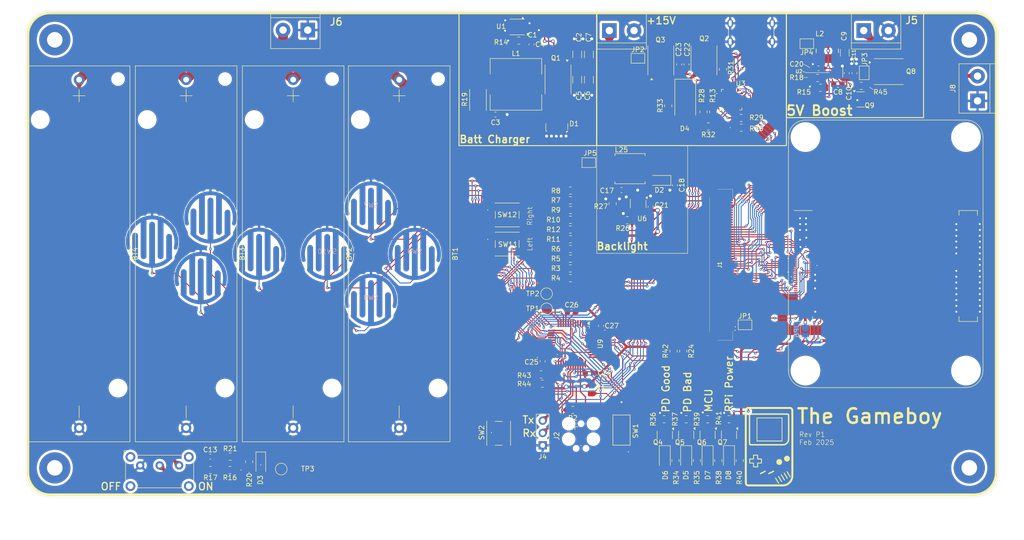
<source format=kicad_pcb>
(kicad_pcb
	(version 20240108)
	(generator "pcbnew")
	(generator_version "8.0")
	(general
		(thickness 1.6)
		(legacy_teardrops no)
	)
	(paper "A4")
	(title_block
		(title "The Gameboy")
		(rev "P1")
	)
	(layers
		(0 "F.Cu" signal)
		(31 "B.Cu" signal)
		(32 "B.Adhes" user "B.Adhesive")
		(33 "F.Adhes" user "F.Adhesive")
		(34 "B.Paste" user)
		(35 "F.Paste" user)
		(36 "B.SilkS" user "B.Silkscreen")
		(37 "F.SilkS" user "F.Silkscreen")
		(38 "B.Mask" user)
		(39 "F.Mask" user)
		(40 "Dwgs.User" user "User.Drawings")
		(41 "Cmts.User" user "User.Comments")
		(42 "Eco1.User" user "User.Eco1")
		(43 "Eco2.User" user "User.Eco2")
		(44 "Edge.Cuts" user)
		(45 "Margin" user)
		(46 "B.CrtYd" user "B.Courtyard")
		(47 "F.CrtYd" user "F.Courtyard")
		(48 "B.Fab" user)
		(49 "F.Fab" user)
		(50 "User.1" user)
		(51 "User.2" user)
		(52 "User.3" user)
		(53 "User.4" user)
		(54 "User.5" user)
		(55 "User.6" user)
		(56 "User.7" user)
		(57 "User.8" user)
		(58 "User.9" user)
	)
	(setup
		(stackup
			(layer "F.SilkS"
				(type "Top Silk Screen")
			)
			(layer "F.Paste"
				(type "Top Solder Paste")
			)
			(layer "F.Mask"
				(type "Top Solder Mask")
				(thickness 0.01)
			)
			(layer "F.Cu"
				(type "copper")
				(thickness 0.035)
			)
			(layer "dielectric 1"
				(type "core")
				(thickness 1.51)
				(material "FR4")
				(epsilon_r 4.5)
				(loss_tangent 0.02)
			)
			(layer "B.Cu"
				(type "copper")
				(thickness 0.035)
			)
			(layer "B.Mask"
				(type "Bottom Solder Mask")
				(thickness 0.01)
			)
			(layer "B.Paste"
				(type "Bottom Solder Paste")
			)
			(layer "B.SilkS"
				(type "Bottom Silk Screen")
			)
			(copper_finish "None")
			(dielectric_constraints no)
		)
		(pad_to_mask_clearance 0)
		(allow_soldermask_bridges_in_footprints yes)
		(aux_axis_origin 50 150)
		(pcbplotparams
			(layerselection 0x00010fc_ffffffff)
			(plot_on_all_layers_selection 0x0000000_00000000)
			(disableapertmacros no)
			(usegerberextensions no)
			(usegerberattributes yes)
			(usegerberadvancedattributes yes)
			(creategerberjobfile yes)
			(dashed_line_dash_ratio 12.000000)
			(dashed_line_gap_ratio 3.000000)
			(svgprecision 4)
			(plotframeref no)
			(viasonmask no)
			(mode 1)
			(useauxorigin no)
			(hpglpennumber 1)
			(hpglpenspeed 20)
			(hpglpendiameter 15.000000)
			(pdf_front_fp_property_popups yes)
			(pdf_back_fp_property_popups yes)
			(dxfpolygonmode yes)
			(dxfimperialunits yes)
			(dxfusepcbnewfont yes)
			(psnegative no)
			(psa4output no)
			(plotreference yes)
			(plotvalue yes)
			(plotfptext yes)
			(plotinvisibletext no)
			(sketchpadsonfab no)
			(subtractmaskfromsilk no)
			(outputformat 1)
			(mirror no)
			(drillshape 1)
			(scaleselection 1)
			(outputdirectory "")
		)
	)
	(net 0 "")
	(net 1 "/Rpi CM4/G1")
	(net 2 "/Rpi CM4/B0")
	(net 3 "/Rpi CM4/R5")
	(net 4 "BAT+")
	(net 5 "/Rpi CM4/VSYNC")
	(net 6 "/Rpi CM4/B3")
	(net 7 "unconnected-(J1-NC-Pad49)")
	(net 8 "unconnected-(J1-NC-Pad47)")
	(net 9 "/Rpi CM4/G0")
	(net 10 "unconnected-(J1-NC-Pad43)")
	(net 11 "/Rpi CM4/G7")
	(net 12 "/Rpi CM4/HSYNC")
	(net 13 "/Rpi CM4/B2")
	(net 14 "USB-PD-V+")
	(net 15 "/Rpi CM4/SPENB")
	(net 16 "/Rpi CM4/R2")
	(net 17 "/Rpi CM4/R0")
	(net 18 "unconnected-(J1-NC-Pad45)")
	(net 19 "unconnected-(J1-NC-Pad50)")
	(net 20 "unconnected-(J1-NC-Pad39)")
	(net 21 "/Rpi CM4/DCLK")
	(net 22 "/Rpi CM4/G2")
	(net 23 "unconnected-(J1-NC-Pad48)")
	(net 24 "/Rpi CM4/R1")
	(net 25 "/Rpi CM4/B7")
	(net 26 "/Rpi CM4/R4")
	(net 27 "/Rpi CM4/B4")
	(net 28 "/Rpi CM4/R6")
	(net 29 "Net-(C4-Pad1)")
	(net 30 "unconnected-(J1-NC-Pad44)")
	(net 31 "/Rpi CM4/G5")
	(net 32 "/Rpi CM4/B5")
	(net 33 "/Rpi CM4/RSTB")
	(net 34 "/Rpi CM4/B1")
	(net 35 "GND")
	(net 36 "/Rpi CM4/G4")
	(net 37 "unconnected-(J1-NC-Pad40)")
	(net 38 "/Rpi CM4/R3")
	(net 39 "unconnected-(J1-NC-Pad46)")
	(net 40 "/Rpi CM4/B6")
	(net 41 "unconnected-(J1-NC-Pad51)")
	(net 42 "Net-(U1-Comp)")
	(net 43 "/Rpi CM4/G6")
	(net 44 "unconnected-(J1-NC-Pad6)")
	(net 45 "/Rpi CM4/R7")
	(net 46 "unconnected-(J1-NC-Pad7)")
	(net 47 "/Rpi CM4/G3")
	(net 48 "/Rpi CM4/DEN")
	(net 49 "unconnected-(J1-NC-Pad5)")
	(net 50 "Net-(J2-SWDIO)")
	(net 51 "Net-(J2-SWCLK)")
	(net 52 "/Rpi CM4/nReset")
	(net 53 "unconnected-(J2-SWO-Pad6)")
	(net 54 "Net-(JP1-B)")
	(net 55 "Net-(U2-SW)")
	(net 56 "Net-(U2-CBST)")
	(net 57 "Net-(JP4-A)")
	(net 58 "Net-(JP3-B)")
	(net 59 "Net-(C13-Pad2)")
	(net 60 "Net-(S1-B)")
	(net 61 "DISP_LED+")
	(net 62 "Net-(D4-A)")
	(net 63 "Net-(Q2-D)")
	(net 64 "Net-(JP2-B)")
	(net 65 "RPI-3V3")
	(net 66 "SYSTEM_EN")
	(net 67 "Net-(D4-K)")
	(net 68 "Net-(D5-A)")
	(net 69 "Net-(D5-K)")
	(net 70 "Net-(D6-A)")
	(net 71 "Net-(D6-K)")
	(net 72 "Net-(D7-K)")
	(net 73 "Net-(D7-A)")
	(net 74 "Net-(D8-K)")
	(net 75 "Net-(D8-A)")
	(net 76 "MOSI")
	(net 77 "DISP_LED-")
	(net 78 "SCLK")
	(net 79 "Net-(J3-CC2)")
	(net 80 "Net-(J3-CC1)")
	(net 81 "Net-(J4-Pin_3)")
	(net 82 "Net-(J4-Pin_2)")
	(net 83 "Net-(J5-Pin_1)")
	(net 84 "5V1")
	(net 85 "Net-(U1-SENSE)")
	(net 86 "unconnected-(Module1B-HDMI1_TX0_P-Pad158)")
	(net 87 "unconnected-(Module1A-Ethernet_Pair3_P-Pad3)")
	(net 88 "unconnected-(Module1B-CAM0_C_P-Pad142)")
	(net 89 "unconnected-(Module1B-HDMI1_CEC-Pad149)")
	(net 90 "unconnected-(Module1A-SD_DAT1-Pad67)")
	(net 91 "unconnected-(Module1B-HDMI0_CLK_P-Pad188)")
	(net 92 "unconnected-(Module1B-DSI0_D1_N-Pad163)")
	(net 93 "unconnected-(Module1B-CAM0_C_N-Pad140)")
	(net 94 "unconnected-(Module1A-Ethernet_Pair2_N-Pad9)")
	(net 95 "unconnected-(Module1A-Ethernet_Pair0_P-Pad12)")
	(net 96 "unconnected-(Module1A-Ethernet_SYNC_OUT(1.8v)-Pad18)")
	(net 97 "RPI-SCL")
	(net 98 "unconnected-(Module1B-HDMI1_TX0_N-Pad160)")
	(net 99 "unconnected-(Module1B-CAM0_D0_N-Pad128)")
	(net 100 "unconnected-(Module1A-Ethernet_nLED3(3.3v)-Pad15)")
	(net 101 "unconnected-(Module1A-Ethernet_Pair1_N-Pad6)")
	(net 102 "unconnected-(Module1B-CAM0_D1_P-Pad136)")
	(net 103 "unconnected-(Module1A-SD_DAT2-Pad69)")
	(net 104 "unconnected-(Module1A-RUN_PG-Pad92)")
	(net 105 "unconnected-(Module1B-CAM0_D1_N-Pad134)")
	(net 106 "unconnected-(Module1B-PCIe_CLK_P-Pad110)")
	(net 107 "unconnected-(Module1B-PCIe_TX_N-Pad124)")
	(net 108 "unconnected-(Module1A-Ethernet_nLED2(3.3v)-Pad17)")
	(net 109 "unconnected-(Module1B-DSI0_C_N-Pad169)")
	(net 110 "unconnected-(Module1B-HDMI0_TX2_N-Pad172)")
	(net 111 "unconnected-(Module1B-HDMI1_TX2_P-Pad146)")
	(net 112 "RPI-PWR-LED")
	(net 113 "unconnected-(Module1B-HDMI1_CLK_N-Pad166)")
	(net 114 "unconnected-(Module1B-USB_OTG_ID-Pad101)")
	(net 115 "unconnected-(Module1B-HDMI0_CLK_N-Pad190)")
	(net 116 "unconnected-(Module1B-DSI1_D3_N-Pad194)")
	(net 117 "unconnected-(Module1B-HDMI0_TX0_N-Pad184)")
	(net 118 "unconnected-(Module1B-HDMI1_SDA-Pad145)")
	(net 119 "unconnected-(Module1B-DSI1_D0_P-Pad177)")
	(net 120 "unconnected-(Module1B-Reserved-Pad106)")
	(net 121 "unconnected-(Module1A-nRPIBOOT-Pad93)")
	(net 122 "unconnected-(Module1B-DSI1_C_P-Pad189)")
	(net 123 "unconnected-(Module1B-CAM1_D3_N-Pad139)")
	(net 124 "/Rpi CM4/A")
	(net 125 "/Rpi CM4/B")
	(net 126 "/Rpi CM4/X")
	(net 127 "/Rpi CM4/Y")
	(net 128 "/Rpi CM4/Up")
	(net 129 "/Rpi CM4/Down")
	(net 130 "/Rpi CM4/Left")
	(net 131 "/Rpi CM4/Right")
	(net 132 "/Rpi CM4/L")
	(net 133 "/Rpi CM4/R")
	(net 134 "unconnected-(Module1A-SD_DAT5-Pad64)")
	(net 135 "unconnected-(Module1B-CAM1_D2_P-Pad135)")
	(net 136 "unconnected-(Module1B-DSI1_D3_P-Pad196)")
	(net 137 "unconnected-(Module1A-PI_nLED_Activity-Pad21)")
	(net 138 "unconnected-(Module1A-Ethernet_Pair3_N-Pad5)")
	(net 139 "unconnected-(Module1B-~{PCIe_nRST}-Pad109)")
	(net 140 "unconnected-(U1-NC-Pad10)")
	(net 141 "unconnected-(Module1A-BT_nDisable-Pad91)")
	(net 142 "unconnected-(Module1B-PCIe_RX_N-Pad118)")
	(net 143 "unconnected-(Module1A-SD_DAT7-Pad70)")
	(net 144 "unconnected-(Module1B-PCIe_TX_P-Pad122)")
	(net 145 "unconnected-(Module1A-WiFi_nDisable-Pad89)")
	(net 146 "unconnected-(Module1A-SD_CLK-Pad57)")
	(net 147 "unconnected-(Module1A-SD_VDD_Override-Pad73)")
	(net 148 "unconnected-(Module1A-AnalogIP1-Pad94)")
	(net 149 "unconnected-(Module1B-DSI0_D0_N-Pad157)")
	(net 150 "unconnected-(Module1A-nEXTRST-Pad100)")
	(net 151 "unconnected-(Module1B-HDMI0_SDA-Pad199)")
	(net 152 "unconnected-(Module1B-HDMI0_TX0_P-Pad182)")
	(net 153 "unconnected-(Module1B-DSI0_D0_P-Pad159)")
	(net 154 "unconnected-(Module1B-DSI0_C_P-Pad171)")
	(net 155 "unconnected-(Module1B-CAM1_C_P-Pad129)")
	(net 156 "unconnected-(Module1B-HDMI1_TX2_N-Pad148)")
	(net 157 "unconnected-(Module1A-+5v_(Input)-Pad77)")
	(net 158 "unconnected-(Module1A-AnalogIP0-Pad96)")
	(net 159 "unconnected-(Module1A-Ethernet_nLED1(3.3v)-Pad19)")
	(net 160 "unconnected-(Module1A-SD_PWR_ON-Pad75)")
	(net 161 "unconnected-(Module1A-Ethernet_Pair2_P-Pad11)")
	(net 162 "unconnected-(Module1B-HDMI1_SCL-Pad147)")
	(net 163 "unconnected-(Module1B-DSI1_D2_P-Pad195)")
	(net 164 "unconnected-(Module1B-CAM1_C_N-Pad127)")
	(net 165 "unconnected-(Module1B-DSI1_C_N-Pad187)")
	(net 166 "unconnected-(Module1A-EEPROM_nWP-Pad20)")
	(net 167 "unconnected-(Module1B-HDMI1_TX1_P-Pad152)")
	(net 168 "unconnected-(Module1A-Ethernet_Pair0_N-Pad10)")
	(net 169 "unconnected-(Module1B-HDMI0_TX2_P-Pad170)")
	(net 170 "unconnected-(Module1B-DSI1_D1_N-Pad181)")
	(net 171 "unconnected-(Module1A-SD_DAT0-Pad63)")
	(net 172 "unconnected-(Module1A-Ethernet_SYNC_IN(1.8v)-Pad16)")
	(net 173 "unconnected-(Module1B-PCIe_RX_P-Pad116)")
	(net 174 "unconnected-(Module1B-HDMI0_TX1_P-Pad176)")
	(net 175 "unconnected-(Module1A-+1.8v_(Output)-Pad88)")
	(net 176 "unconnected-(Module1A-SD_DAT3-Pad61)")
	(net 177 "RPI-SDA")
	(net 178 "unconnected-(Module1B-Reserved-Pad104)")
	(net 179 "unconnected-(Module1B-DSI1_D1_P-Pad183)")
	(net 180 "unconnected-(Module1A-SD_DAT4-Pad68)")
	(net 181 "unconnected-(Module1B-DSI1_D0_N-Pad175)")
	(net 182 "unconnected-(Module1A-+1.8v_(Output)-Pad90)")
	(net 183 "unconnected-(Module1A-SD_DAT6-Pad72)")
	(net 184 "unconnected-(Module1A-Ethernet_Pair1_P-Pad4)")
	(net 185 "unconnected-(Module1A-Camera_GPIO-Pad97)")
	(net 186 "unconnected-(Module1B-CAM1_D1_P-Pad123)")
	(net 187 "unconnected-(Module1B-DSI1_D2_N-Pad193)")
	(net 188 "unconnected-(Module1B-HDMI0_SCL-Pad200)")
	(net 189 "unconnected-(Module1B-HDMI0_HOTPLUG-Pad153)")
	(net 190 "unconnected-(Module1B-HDMI1_HOTPLUG-Pad143)")
	(net 191 "unconnected-(Module1B-CAM1_D0_N-Pad115)")
	(net 192 "unconnected-(Module1B-VDAC_COMP-Pad111)")
	(net 193 "unconnected-(Module1A-SD_CMD-Pad62)")
	(net 194 "unconnected-(Module1B-HDMI0_CEC-Pad151)")
	(net 195 "unconnected-(Module1B-HDMI1_CLK_P-Pad164)")
	(net 196 "unconnected-(Module1B-HDMI0_TX1_N-Pad178)")
	(net 197 "unconnected-(Module1B-USB_N-Pad103)")
	(net 198 "unconnected-(Module1B-HDMI1_TX1_N-Pad154)")
	(net 199 "unconnected-(Module1B-CAM0_D0_P-Pad130)")
	(net 200 "unconnected-(Module1B-~{PCIe_CLK_nREQ}-Pad102)")
	(net 201 "unconnected-(Module1B-USB_P-Pad105)")
	(net 202 "unconnected-(Module1B-DSI0_D1_P-Pad165)")
	(net 203 "unconnected-(Module1A-Reserved-Pad76)")
	(net 204 "unconnected-(Module1B-CAM1_D2_N-Pad133)")
	(net 205 "unconnected-(Module1B-CAM1_D1_N-Pad121)")
	(net 206 "unconnected-(Module1B-PCIe_CLK_N-Pad112)")
	(net 207 "unconnected-(Module1B-CAM1_D3_P-Pad141)")
	(net 208 "unconnected-(Module1B-CAM1_D0_P-Pad117)")
	(net 209 "unconnected-(Module1A-Global_EN-Pad99)")
	(net 210 "Net-(Q1-G)")
	(net 211 "PD-GoodLED")
	(net 212 "PD-BadLED")
	(net 213 "MCU-PWRLED")
	(net 214 "Net-(U9-BOOT0)")
	(net 215 "Net-(U3-VDDD)")
	(net 216 "Net-(U3-VBUS_MAX)")
	(net 217 "Net-(U2-FB)")
	(net 218 "BAT_SENS")
	(net 219 "DISP_PWM")
	(net 220 "Net-(U3-ISNK_COARSE)")
	(net 221 "Net-(U3-VBUS_FET_EN)")
	(net 222 "PD-SDA")
	(net 223 "PD-SCL")
	(net 224 "unconnected-(U3-NC-Pad21)")
	(net 225 "unconnected-(U3-SAFE_PWR_EN-Pad4)")
	(net 226 "unconnected-(U3-FLIP-Pad10)")
	(net 227 "unconnected-(U3-NC-Pad20)")
	(net 228 "PD-FAULT")
	(net 229 "unconnected-(U3-GND-Pad22)")
	(net 230 "unconnected-(U3-NC-Pad17)")
	(net 231 "unconnected-(U3-~{HPI_INT}-Pad7)")
	(net 232 "unconnected-(U3-GPIO_1-Pad8)")
	(net 233 "unconnected-(U3-GND-Pad25)")
	(net 234 "unconnected-(U3-VCCD-Pad24)")
	(net 235 "unconnected-(U3-NC-Pad16)")
	(net 236 "unconnected-(U9-PB15-Pad28)")
	(net 237 "unconnected-(U9-PC13-Pad2)")
	(net 238 "Net-(U9-PA1)")
	(net 239 "unconnected-(U9-PC15-Pad4)")
	(net 240 "unconnected-(U9-PD0-Pad5)")
	(net 241 "unconnected-(U9-PC14-Pad3)")
	(net 242 "unconnected-(U9-PD1-Pad6)")
	(net 243 "unconnected-(U9-PB14-Pad27)")
	(net 244 "RPI_EN")
	(net 245 "Net-(U9-PA2)")
	(net 246 "Net-(Q8-G)")
	(net 247 "Net-(Q1-D)")
	(net 248 "Net-(D2-A)")
	(net 249 "Net-(JP5-A)")
	(net 250 "Net-(JP6-A)")
	(footprint "TerminalBlock:TerminalBlock_bornier-2_P5.08mm" (layer "F.Cu") (at 222.3 54.1))
	(footprint "Resistor_SMD:R_0805_2012Metric_Pad1.20x1.40mm_HandSolder" (layer "F.Cu") (at 196.8 142.5 -90))
	(footprint "Resistor_SMD:R_0805_2012Metric_Pad1.20x1.40mm_HandSolder" (layer "F.Cu") (at 190.36 73.81))
	(footprint "TerminalBlock:TerminalBlock_bornier-2_P5.08mm" (layer "F.Cu") (at 245.7 68.55 90))
	(footprint "Resistor_SMD:R_0805_2012Metric_Pad1.20x1.40mm_HandSolder" (layer "F.Cu") (at 162 97 180))
	(footprint "Resistor_SMD:R_0805_2012Metric_Pad1.20x1.40mm_HandSolder" (layer "F.Cu") (at 162 99 180))
	(footprint "Connector:Tag-Connect_TC2030-IDC-FP_2x03_P1.27mm_Vertical" (layer "F.Cu") (at 164.184 137.46 -90))
	(footprint "Jumper:SolderJumper-2_P1.3mm_Open_TrianglePad1.0x1.5mm" (layer "F.Cu") (at 197.9 114.6))
	(footprint "Jumper:SolderJumper-2_P1.3mm_Open_TrianglePad1.0x1.5mm" (layer "F.Cu") (at 165.775 81.25 180))
	(footprint "Resistor_SMD:R_0805_2012Metric_Pad1.20x1.40mm_HandSolder" (layer "F.Cu") (at 162 101 180))
	(footprint "Resistor_SMD:R_0805_2012Metric_Pad1.20x1.40mm_HandSolder" (layer "F.Cu") (at 92.05 141.7))
	(footprint "Package_TO_SOT_SMD:SOT-23-3" (layer "F.Cu") (at 221.6625 68.26))
	(footprint "Resistor_SMD:R_0805_2012Metric_Pad1.20x1.40mm_HandSolder" (layer "F.Cu") (at 188 142.5 -90))
	(footprint "Capacitor_SMD:C_1206_3216Metric_Pad1.33x1.80mm_HandSolder" (layer "F.Cu") (at 165.8 64.1975 -90))
	(footprint "TestPoint:TestPoint_Pad_D2.0mm" (layer "F.Cu") (at 157.1 111.3 -90))
	(footprint "Diode_SMD:D_1206_3216Metric_Pad1.42x1.75mm_HandSolder" (layer "F.Cu") (at 181.4 141.9 -90))
	(footprint "Resistor_SMD:R_0805_2012Metric_Pad1.20x1.40mm_HandSolder" (layer "F.Cu") (at 197.11 72.06))
	(footprint "Resistor_SMD:R_0805_2012Metric_Pad1.20x1.40mm_HandSolder" (layer "F.Cu") (at 181.25 134 180))
	(footprint "Inductor_SMD:L_Bourns_SRN6045TA" (layer "F.Cu") (at 174.25 82.5))
	(footprint "Capacitor_SMD:C_1206_3216Metric_Pad1.33x1.80mm_HandSolder" (layer "F.Cu") (at 218.4 58.66 90))
	(footprint "000-Footprints:Texas_RNS0007A_VQFN_2x2mm" (layer "F.Cu") (at 216.76 62.71 90))
	(footprint "Capacitor_SMD:C_0603_1608Metric_Pad1.08x0.95mm_HandSolder" (layer "F.Cu") (at 185.86 61.06 -90))
	(footprint "LOGO" (layer "F.Cu") (at 202.84 139.64))
	(footprint "Package_TO_SOT_SMD:TO-277A" (layer "F.Cu") (at 159.2 71.6 180))
	(footprint "Resistor_SMD:R_0805_2012Metric_Pad1.20x1.40mm_HandSolder" (layer "F.Cu") (at 185.8 134 180))
	(footprint "Capacitor_SMD:C_0603_1608Metric_Pad1.08x0.95mm_HandSolder" (layer "F.Cu") (at 220.4 62.86 90))
	(footprint "Resistor_SMD:R_0805_2012Metric_Pad1.20x1.40mm_HandSolder" (layer "F.Cu") (at 212.8 63.86))
	(footprint "Capacitor_SMD:C_0603_1608Metric_Pad1.08x0.95mm_HandSolder" (layer "F.Cu") (at 156.3 122.1 90))
	(footprint "Jumper:SolderJumper-2_P1.3mm_Open_TrianglePad1.0x1.5mm" (layer "F.Cu") (at 222.4 62.785 -90))
	(footprint "Resistor_SMD:R_0805_2012Metric_Pad1.20x1.40mm_HandSolder"
		(layer "F.Cu")
		(uuid "3c1d354f-5f6e-4050-94e2-4ca5047c63f5")
		(at 151.4 56.16)
		(descr "Resistor SMD 0805 (2012 Metric), square (rectangular) end terminal, IPC_7351 nominal with elongated pad for handsoldering. (Body size source: IPC-SM-782 page 72, https://www.pcb-3d.com/wordpress/wp-content/uploads/ipc-sm-782a_amendment_1_and_2.pdf), generated with kicad-footprint-generator")
		(tags "resistor handsolder")
		(property "Reference" "R14"
			(at -3.65 0.34 0)
			(layer "F.SilkS")
			(uuid "31c8595f-de42-49ad-914a-6d091f6fea6f")
			(effects
				(font
					(size 1 1)
					(thickness 0.15)
				)
			)
		)
		(property "Value" "2.2k"
			(at 0 1.65 0)
			(layer "F.Fab")
			(uuid "339747f9-520c-4c2b-83c6-d871f5e9af86")
			(effects
				(font
					(size 1 1)
					(thickness 0.15)
				)
			)
		)
		(property "Footprint" "Resistor_SMD:R_0805_2012Metric_Pad1.20x1.40mm_HandSolder"
			(at 0 0 0)
			(unlocked yes)
			(layer "F.Fab")
			(hide yes)
			(uuid "37b2a6d8-8758-439f-b2ef-ef00fdc7b23b")
			(effects
				(font
					(size 1.27 1.27)
					(thickness 0.15)
				)
			)
		)
		(property "Datasheet" ""
			(at 0 0 0)
			(unlocked yes)
			(layer "F.Fab")
			(hide yes)
			(uuid "b901bd27-73fc-47ca-9ee8-73eb80b604e7")
			(effects
				(font
					(size 1.27 1.27)
					(thickness 0.15)
				)
			)
		)
		(property "Description" ""
			(at 0 0 0)
			(unlocked yes)
			(layer "F.Fab")
			(hide yes)
			(uuid "d08accc3-ecb0-4928-b61b-b35eb2f3ba98")
			(effects
				(font
					(size 1.27 1.27)
					(thickness 0.15)
				)
			)
		)
		(property "PN" "RES-2K2 "
			(at 0 0 0)
			(unlocked yes)
			(layer "F.Fab")
			(hide yes)
			(uuid "cf69e786-87fc-45cd-afde-62ca900ba900")
			(effects
				(font
					(size 1 1)
					(thickness 0.15)
				)
			)
		)
		(property "Digikey PN" "311-2.20KCRCT-ND "
			(at 0 0 0)
			(unlocked yes)
			(layer "F.Fab")
			(hide yes)
			(uuid "e99378c0-edf2-456c-b530-27141decef19")
			(effects
				(font
					(size 1 1)
					(thickness 0.15)
				)
			)
		)
		(property ki_fp_filters "R_*")
		(path "/fda06078-0a94-4e9a-bf3f-1023a13d29be/818ba300-a3b4-4d97-804c-4fca823aee08")
		(sheetname "Power Management")
		(sheetfile "Power.kicad_sch")
		(attr smd)
		(fp_line
			(start -0.227064 -0.735)
			(end 0.227064 -0.735)
			(stroke
				(width 0.12)
				(type solid)
			)
			(layer "F.SilkS")
			(uuid "ebf10cf7-8fd1-4e56-81c8-2cb9a54f0dd6")
		)
		(fp_line
			(start -0.227064 0.735)
			(end 0.227064 0.735)
			(stroke
				(width 0.12)
	
... [2920629 chars truncated]
</source>
